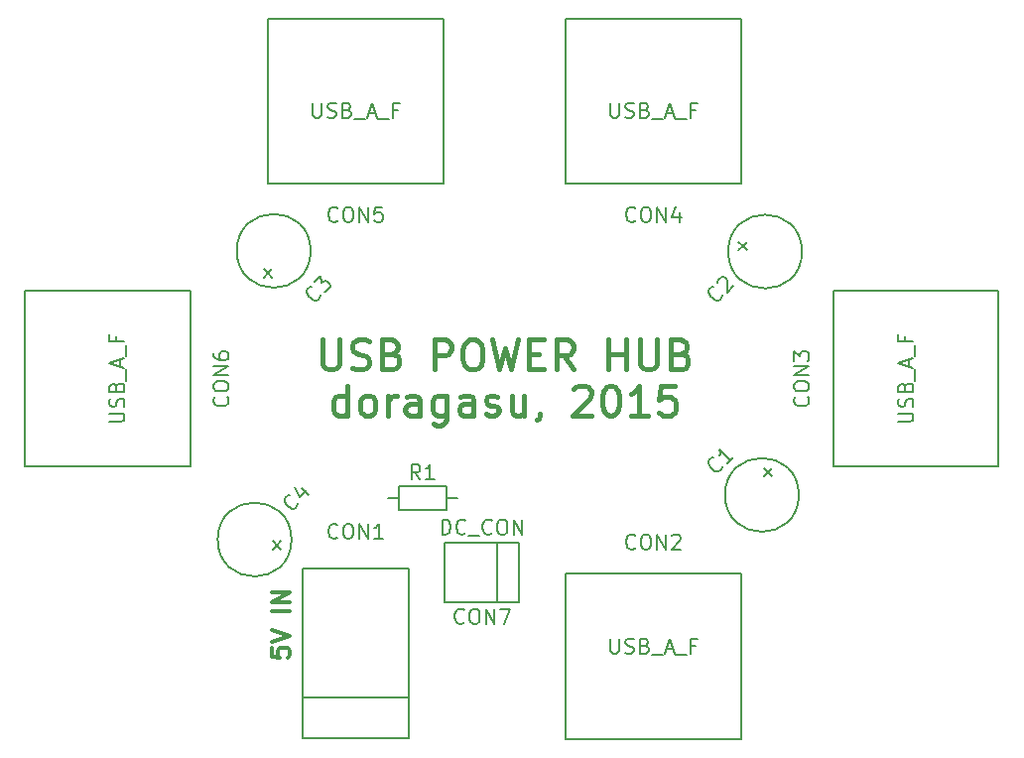
<source format=gbr>
G04 #@! TF.FileFunction,Legend,Top*
%FSLAX46Y46*%
G04 Gerber Fmt 4.6, Leading zero omitted, Abs format (unit mm)*
G04 Created by KiCad (PCBNEW (2015-05-08 BZR 5647)-product) date sáb 16 may 2015 15:50:19 CEST*
%MOMM*%
G01*
G04 APERTURE LIST*
%ADD10C,0.100000*%
%ADD11C,0.200000*%
%ADD12C,0.381000*%
%ADD13C,0.304800*%
%ADD14C,0.150000*%
%ADD15C,0.203200*%
G04 APERTURE END LIST*
D10*
D11*
X147421600Y-109220000D02*
X148386800Y-109220000D01*
X143408400Y-109220000D02*
X142417800Y-109220000D01*
X143408400Y-110210600D02*
X143408400Y-108229400D01*
X147421600Y-110210600D02*
X143408400Y-110210600D01*
X147421600Y-108229400D02*
X147421600Y-110210600D01*
X143408400Y-108229400D02*
X147421600Y-108229400D01*
D12*
X136857620Y-95700548D02*
X136857620Y-97756738D01*
X136978572Y-97998643D01*
X137099525Y-98119595D01*
X137341429Y-98240548D01*
X137825239Y-98240548D01*
X138067144Y-98119595D01*
X138188096Y-97998643D01*
X138309048Y-97756738D01*
X138309048Y-95700548D01*
X139397620Y-98119595D02*
X139760477Y-98240548D01*
X140365239Y-98240548D01*
X140607143Y-98119595D01*
X140728096Y-97998643D01*
X140849048Y-97756738D01*
X140849048Y-97514833D01*
X140728096Y-97272929D01*
X140607143Y-97151976D01*
X140365239Y-97031024D01*
X139881429Y-96910071D01*
X139639524Y-96789119D01*
X139518572Y-96668167D01*
X139397620Y-96426262D01*
X139397620Y-96184357D01*
X139518572Y-95942452D01*
X139639524Y-95821500D01*
X139881429Y-95700548D01*
X140486191Y-95700548D01*
X140849048Y-95821500D01*
X142784287Y-96910071D02*
X143147144Y-97031024D01*
X143268096Y-97151976D01*
X143389048Y-97393881D01*
X143389048Y-97756738D01*
X143268096Y-97998643D01*
X143147144Y-98119595D01*
X142905239Y-98240548D01*
X141937620Y-98240548D01*
X141937620Y-95700548D01*
X142784287Y-95700548D01*
X143026191Y-95821500D01*
X143147144Y-95942452D01*
X143268096Y-96184357D01*
X143268096Y-96426262D01*
X143147144Y-96668167D01*
X143026191Y-96789119D01*
X142784287Y-96910071D01*
X141937620Y-96910071D01*
X146412858Y-98240548D02*
X146412858Y-95700548D01*
X147380477Y-95700548D01*
X147622382Y-95821500D01*
X147743334Y-95942452D01*
X147864286Y-96184357D01*
X147864286Y-96547214D01*
X147743334Y-96789119D01*
X147622382Y-96910071D01*
X147380477Y-97031024D01*
X146412858Y-97031024D01*
X149436667Y-95700548D02*
X149920477Y-95700548D01*
X150162382Y-95821500D01*
X150404286Y-96063405D01*
X150525239Y-96547214D01*
X150525239Y-97393881D01*
X150404286Y-97877690D01*
X150162382Y-98119595D01*
X149920477Y-98240548D01*
X149436667Y-98240548D01*
X149194763Y-98119595D01*
X148952858Y-97877690D01*
X148831906Y-97393881D01*
X148831906Y-96547214D01*
X148952858Y-96063405D01*
X149194763Y-95821500D01*
X149436667Y-95700548D01*
X151371905Y-95700548D02*
X151976667Y-98240548D01*
X152460477Y-96426262D01*
X152944286Y-98240548D01*
X153549048Y-95700548D01*
X154516667Y-96910071D02*
X155363334Y-96910071D01*
X155726191Y-98240548D02*
X154516667Y-98240548D01*
X154516667Y-95700548D01*
X155726191Y-95700548D01*
X158266190Y-98240548D02*
X157419524Y-97031024D01*
X156814762Y-98240548D02*
X156814762Y-95700548D01*
X157782381Y-95700548D01*
X158024286Y-95821500D01*
X158145238Y-95942452D01*
X158266190Y-96184357D01*
X158266190Y-96547214D01*
X158145238Y-96789119D01*
X158024286Y-96910071D01*
X157782381Y-97031024D01*
X156814762Y-97031024D01*
X161290000Y-98240548D02*
X161290000Y-95700548D01*
X161290000Y-96910071D02*
X162741428Y-96910071D01*
X162741428Y-98240548D02*
X162741428Y-95700548D01*
X163950952Y-95700548D02*
X163950952Y-97756738D01*
X164071904Y-97998643D01*
X164192857Y-98119595D01*
X164434761Y-98240548D01*
X164918571Y-98240548D01*
X165160476Y-98119595D01*
X165281428Y-97998643D01*
X165402380Y-97756738D01*
X165402380Y-95700548D01*
X167458571Y-96910071D02*
X167821428Y-97031024D01*
X167942380Y-97151976D01*
X168063332Y-97393881D01*
X168063332Y-97756738D01*
X167942380Y-97998643D01*
X167821428Y-98119595D01*
X167579523Y-98240548D01*
X166611904Y-98240548D01*
X166611904Y-95700548D01*
X167458571Y-95700548D01*
X167700475Y-95821500D01*
X167821428Y-95942452D01*
X167942380Y-96184357D01*
X167942380Y-96426262D01*
X167821428Y-96668167D01*
X167700475Y-96789119D01*
X167458571Y-96910071D01*
X166611904Y-96910071D01*
X138974286Y-102177548D02*
X138974286Y-99637548D01*
X138974286Y-102056595D02*
X138732382Y-102177548D01*
X138248572Y-102177548D01*
X138006667Y-102056595D01*
X137885715Y-101935643D01*
X137764763Y-101693738D01*
X137764763Y-100968024D01*
X137885715Y-100726119D01*
X138006667Y-100605167D01*
X138248572Y-100484214D01*
X138732382Y-100484214D01*
X138974286Y-100605167D01*
X140546667Y-102177548D02*
X140304762Y-102056595D01*
X140183810Y-101935643D01*
X140062858Y-101693738D01*
X140062858Y-100968024D01*
X140183810Y-100726119D01*
X140304762Y-100605167D01*
X140546667Y-100484214D01*
X140909524Y-100484214D01*
X141151429Y-100605167D01*
X141272381Y-100726119D01*
X141393334Y-100968024D01*
X141393334Y-101693738D01*
X141272381Y-101935643D01*
X141151429Y-102056595D01*
X140909524Y-102177548D01*
X140546667Y-102177548D01*
X142481905Y-102177548D02*
X142481905Y-100484214D01*
X142481905Y-100968024D02*
X142602857Y-100726119D01*
X142723810Y-100605167D01*
X142965714Y-100484214D01*
X143207619Y-100484214D01*
X145142857Y-102177548D02*
X145142857Y-100847071D01*
X145021905Y-100605167D01*
X144780000Y-100484214D01*
X144296191Y-100484214D01*
X144054286Y-100605167D01*
X145142857Y-102056595D02*
X144900953Y-102177548D01*
X144296191Y-102177548D01*
X144054286Y-102056595D01*
X143933334Y-101814690D01*
X143933334Y-101572786D01*
X144054286Y-101330881D01*
X144296191Y-101209929D01*
X144900953Y-101209929D01*
X145142857Y-101088976D01*
X147440952Y-100484214D02*
X147440952Y-102540405D01*
X147320000Y-102782310D01*
X147199048Y-102903262D01*
X146957143Y-103024214D01*
X146594286Y-103024214D01*
X146352381Y-102903262D01*
X147440952Y-102056595D02*
X147199048Y-102177548D01*
X146715238Y-102177548D01*
X146473333Y-102056595D01*
X146352381Y-101935643D01*
X146231429Y-101693738D01*
X146231429Y-100968024D01*
X146352381Y-100726119D01*
X146473333Y-100605167D01*
X146715238Y-100484214D01*
X147199048Y-100484214D01*
X147440952Y-100605167D01*
X149739047Y-102177548D02*
X149739047Y-100847071D01*
X149618095Y-100605167D01*
X149376190Y-100484214D01*
X148892381Y-100484214D01*
X148650476Y-100605167D01*
X149739047Y-102056595D02*
X149497143Y-102177548D01*
X148892381Y-102177548D01*
X148650476Y-102056595D01*
X148529524Y-101814690D01*
X148529524Y-101572786D01*
X148650476Y-101330881D01*
X148892381Y-101209929D01*
X149497143Y-101209929D01*
X149739047Y-101088976D01*
X150827619Y-102056595D02*
X151069523Y-102177548D01*
X151553333Y-102177548D01*
X151795238Y-102056595D01*
X151916190Y-101814690D01*
X151916190Y-101693738D01*
X151795238Y-101451833D01*
X151553333Y-101330881D01*
X151190476Y-101330881D01*
X150948571Y-101209929D01*
X150827619Y-100968024D01*
X150827619Y-100847071D01*
X150948571Y-100605167D01*
X151190476Y-100484214D01*
X151553333Y-100484214D01*
X151795238Y-100605167D01*
X154093332Y-100484214D02*
X154093332Y-102177548D01*
X153004761Y-100484214D02*
X153004761Y-101814690D01*
X153125713Y-102056595D01*
X153367618Y-102177548D01*
X153730475Y-102177548D01*
X153972380Y-102056595D01*
X154093332Y-101935643D01*
X155423808Y-102056595D02*
X155423808Y-102177548D01*
X155302856Y-102419452D01*
X155181904Y-102540405D01*
X158326666Y-99879452D02*
X158447618Y-99758500D01*
X158689523Y-99637548D01*
X159294285Y-99637548D01*
X159536189Y-99758500D01*
X159657142Y-99879452D01*
X159778094Y-100121357D01*
X159778094Y-100363262D01*
X159657142Y-100726119D01*
X158205713Y-102177548D01*
X159778094Y-102177548D01*
X161350475Y-99637548D02*
X161592380Y-99637548D01*
X161834285Y-99758500D01*
X161955237Y-99879452D01*
X162076190Y-100121357D01*
X162197142Y-100605167D01*
X162197142Y-101209929D01*
X162076190Y-101693738D01*
X161955237Y-101935643D01*
X161834285Y-102056595D01*
X161592380Y-102177548D01*
X161350475Y-102177548D01*
X161108571Y-102056595D01*
X160987618Y-101935643D01*
X160866666Y-101693738D01*
X160745714Y-101209929D01*
X160745714Y-100605167D01*
X160866666Y-100121357D01*
X160987618Y-99879452D01*
X161108571Y-99758500D01*
X161350475Y-99637548D01*
X164616190Y-102177548D02*
X163164762Y-102177548D01*
X163890476Y-102177548D02*
X163890476Y-99637548D01*
X163648571Y-100000405D01*
X163406666Y-100242310D01*
X163164762Y-100363262D01*
X166914286Y-99637548D02*
X165704762Y-99637548D01*
X165583810Y-100847071D01*
X165704762Y-100726119D01*
X165946667Y-100605167D01*
X166551429Y-100605167D01*
X166793333Y-100726119D01*
X166914286Y-100847071D01*
X167035238Y-101088976D01*
X167035238Y-101693738D01*
X166914286Y-101935643D01*
X166793333Y-102056595D01*
X166551429Y-102177548D01*
X165946667Y-102177548D01*
X165704762Y-102056595D01*
X165583810Y-101935643D01*
D13*
X132515429Y-122047000D02*
X132515429Y-122772714D01*
X133241143Y-122845285D01*
X133168571Y-122772714D01*
X133096000Y-122627571D01*
X133096000Y-122264714D01*
X133168571Y-122119571D01*
X133241143Y-122047000D01*
X133386286Y-121974428D01*
X133749143Y-121974428D01*
X133894286Y-122047000D01*
X133966857Y-122119571D01*
X134039429Y-122264714D01*
X134039429Y-122627571D01*
X133966857Y-122772714D01*
X133894286Y-122845285D01*
X132515429Y-121538999D02*
X134039429Y-121030999D01*
X132515429Y-120522999D01*
X134039429Y-118853856D02*
X132515429Y-118853856D01*
X134039429Y-118128142D02*
X132515429Y-118128142D01*
X134039429Y-117257285D01*
X132515429Y-117257285D01*
D14*
X135199120Y-126227840D02*
X144200880Y-126227840D01*
X135199120Y-129727960D02*
X144200880Y-129727960D01*
X144200880Y-129727960D02*
X144200880Y-115227100D01*
X144200880Y-115227100D02*
X135199120Y-115227100D01*
X135199120Y-115227100D02*
X135199120Y-129727960D01*
X172593000Y-115697000D02*
X172593000Y-129794000D01*
X157607000Y-129794000D02*
X157607000Y-115697000D01*
X172593000Y-115697000D02*
X157607000Y-115697000D01*
X172593000Y-129794000D02*
X157607000Y-129794000D01*
X125603000Y-106553000D02*
X111506000Y-106553000D01*
X111506000Y-91567000D02*
X125603000Y-91567000D01*
X125603000Y-106553000D02*
X125603000Y-91567000D01*
X111506000Y-106553000D02*
X111506000Y-91567000D01*
X157607000Y-82423000D02*
X157607000Y-68326000D01*
X172593000Y-68326000D02*
X172593000Y-82423000D01*
X157607000Y-82423000D02*
X172593000Y-82423000D01*
X157607000Y-68326000D02*
X172593000Y-68326000D01*
X132207000Y-82423000D02*
X132207000Y-68326000D01*
X147193000Y-68326000D02*
X147193000Y-82423000D01*
X132207000Y-82423000D02*
X147193000Y-82423000D01*
X132207000Y-68326000D02*
X147193000Y-68326000D01*
X180467000Y-91567000D02*
X194564000Y-91567000D01*
X194564000Y-106553000D02*
X180467000Y-106553000D01*
X180467000Y-91567000D02*
X180467000Y-106553000D01*
X194564000Y-91567000D02*
X194564000Y-106553000D01*
X151765000Y-118110000D02*
X151765000Y-113030000D01*
X147320000Y-118110000D02*
X147320000Y-113030000D01*
X153670000Y-113030000D02*
X153670000Y-118110000D01*
X153670000Y-113030000D02*
X147320000Y-113030000D01*
X153670000Y-118110000D02*
X147320000Y-118110000D01*
D10*
X143415000Y-108220000D02*
X147415000Y-108220000D01*
X147415000Y-108220000D02*
X147415000Y-110220000D01*
X147415000Y-110220000D02*
X143415000Y-110220000D01*
X143415000Y-110220000D02*
X143415000Y-108220000D01*
X143415000Y-109220000D02*
X142415000Y-109220000D01*
X147415000Y-109220000D02*
X148415000Y-109220000D01*
D14*
X174855889Y-107047772D02*
X175209711Y-107401594D01*
X174855889Y-107047772D02*
X175209711Y-106693950D01*
X174502067Y-106693950D02*
X174855889Y-107047772D01*
X174855889Y-107047772D02*
X174573909Y-107329752D01*
X174573909Y-107329752D02*
X174502067Y-107401594D01*
X177511574Y-108956975D02*
G75*
G03X177511574Y-108956975I-3149599J0D01*
G01*
X172724823Y-87698560D02*
X173078645Y-87344738D01*
X172724823Y-87698560D02*
X172371001Y-87344738D01*
X172371001Y-88052382D02*
X172724823Y-87698560D01*
X172724823Y-87698560D02*
X173006803Y-87980540D01*
X173006803Y-87980540D02*
X173078645Y-88052382D01*
X177783625Y-88192474D02*
G75*
G03X177783625Y-88192474I-3149599J0D01*
G01*
X132982228Y-113260889D02*
X132628406Y-113614711D01*
X132982228Y-113260889D02*
X133336050Y-113614711D01*
X133336050Y-112907067D02*
X132982228Y-113260889D01*
X132982228Y-113260889D02*
X132700248Y-112978909D01*
X132700248Y-112978909D02*
X132628406Y-112907067D01*
X134222624Y-112766975D02*
G75*
G03X134222624Y-112766975I-3149599J0D01*
G01*
X132212060Y-90038177D02*
X131858238Y-89684355D01*
X132212060Y-90038177D02*
X131858238Y-90391999D01*
X132565882Y-90391999D02*
X132212060Y-90038177D01*
X132212060Y-90038177D02*
X132494040Y-89756197D01*
X132494040Y-89756197D02*
X132565882Y-89684355D01*
X135855573Y-88128974D02*
G75*
G03X135855573Y-88128974I-3149599J0D01*
G01*
D15*
X138157857Y-112581871D02*
X138097381Y-112642348D01*
X137915952Y-112702824D01*
X137795000Y-112702824D01*
X137613572Y-112642348D01*
X137492619Y-112521395D01*
X137432143Y-112400443D01*
X137371667Y-112158538D01*
X137371667Y-111977110D01*
X137432143Y-111735205D01*
X137492619Y-111614252D01*
X137613572Y-111493300D01*
X137795000Y-111432824D01*
X137915952Y-111432824D01*
X138097381Y-111493300D01*
X138157857Y-111553776D01*
X138944048Y-111432824D02*
X139185952Y-111432824D01*
X139306905Y-111493300D01*
X139427857Y-111614252D01*
X139488333Y-111856157D01*
X139488333Y-112279490D01*
X139427857Y-112521395D01*
X139306905Y-112642348D01*
X139185952Y-112702824D01*
X138944048Y-112702824D01*
X138823095Y-112642348D01*
X138702143Y-112521395D01*
X138641667Y-112279490D01*
X138641667Y-111856157D01*
X138702143Y-111614252D01*
X138823095Y-111493300D01*
X138944048Y-111432824D01*
X140032619Y-112702824D02*
X140032619Y-111432824D01*
X140758333Y-112702824D01*
X140758333Y-111432824D01*
X142028333Y-112702824D02*
X141302619Y-112702824D01*
X141665476Y-112702824D02*
X141665476Y-111432824D01*
X141544524Y-111614252D01*
X141423571Y-111735205D01*
X141302619Y-111795681D01*
X163557857Y-113483571D02*
X163497381Y-113544048D01*
X163315952Y-113604524D01*
X163195000Y-113604524D01*
X163013572Y-113544048D01*
X162892619Y-113423095D01*
X162832143Y-113302143D01*
X162771667Y-113060238D01*
X162771667Y-112878810D01*
X162832143Y-112636905D01*
X162892619Y-112515952D01*
X163013572Y-112395000D01*
X163195000Y-112334524D01*
X163315952Y-112334524D01*
X163497381Y-112395000D01*
X163557857Y-112455476D01*
X164344048Y-112334524D02*
X164585952Y-112334524D01*
X164706905Y-112395000D01*
X164827857Y-112515952D01*
X164888333Y-112757857D01*
X164888333Y-113181190D01*
X164827857Y-113423095D01*
X164706905Y-113544048D01*
X164585952Y-113604524D01*
X164344048Y-113604524D01*
X164223095Y-113544048D01*
X164102143Y-113423095D01*
X164041667Y-113181190D01*
X164041667Y-112757857D01*
X164102143Y-112515952D01*
X164223095Y-112395000D01*
X164344048Y-112334524D01*
X165432619Y-113604524D02*
X165432619Y-112334524D01*
X166158333Y-113604524D01*
X166158333Y-112334524D01*
X166702619Y-112455476D02*
X166763095Y-112395000D01*
X166884047Y-112334524D01*
X167186428Y-112334524D01*
X167307381Y-112395000D01*
X167367857Y-112455476D01*
X167428333Y-112576429D01*
X167428333Y-112697381D01*
X167367857Y-112878810D01*
X166642143Y-113604524D01*
X167428333Y-113604524D01*
X161441191Y-121224524D02*
X161441191Y-122252619D01*
X161501667Y-122373571D01*
X161562143Y-122434048D01*
X161683096Y-122494524D01*
X161925000Y-122494524D01*
X162045953Y-122434048D01*
X162106429Y-122373571D01*
X162166905Y-122252619D01*
X162166905Y-121224524D01*
X162711191Y-122434048D02*
X162892619Y-122494524D01*
X163195000Y-122494524D01*
X163315953Y-122434048D01*
X163376429Y-122373571D01*
X163436905Y-122252619D01*
X163436905Y-122131667D01*
X163376429Y-122010714D01*
X163315953Y-121950238D01*
X163195000Y-121889762D01*
X162953096Y-121829286D01*
X162832143Y-121768810D01*
X162771667Y-121708333D01*
X162711191Y-121587381D01*
X162711191Y-121466429D01*
X162771667Y-121345476D01*
X162832143Y-121285000D01*
X162953096Y-121224524D01*
X163255476Y-121224524D01*
X163436905Y-121285000D01*
X164404524Y-121829286D02*
X164585953Y-121889762D01*
X164646429Y-121950238D01*
X164706905Y-122071190D01*
X164706905Y-122252619D01*
X164646429Y-122373571D01*
X164585953Y-122434048D01*
X164465000Y-122494524D01*
X163981191Y-122494524D01*
X163981191Y-121224524D01*
X164404524Y-121224524D01*
X164525477Y-121285000D01*
X164585953Y-121345476D01*
X164646429Y-121466429D01*
X164646429Y-121587381D01*
X164585953Y-121708333D01*
X164525477Y-121768810D01*
X164404524Y-121829286D01*
X163981191Y-121829286D01*
X164948810Y-122615476D02*
X165916429Y-122615476D01*
X166158334Y-122131667D02*
X166763096Y-122131667D01*
X166037381Y-122494524D02*
X166460715Y-121224524D01*
X166884048Y-122494524D01*
X167005000Y-122615476D02*
X167972619Y-122615476D01*
X168698333Y-121829286D02*
X168275000Y-121829286D01*
X168275000Y-122494524D02*
X168275000Y-121224524D01*
X168879762Y-121224524D01*
X128723571Y-100602143D02*
X128784048Y-100662619D01*
X128844524Y-100844048D01*
X128844524Y-100965000D01*
X128784048Y-101146428D01*
X128663095Y-101267381D01*
X128542143Y-101327857D01*
X128300238Y-101388333D01*
X128118810Y-101388333D01*
X127876905Y-101327857D01*
X127755952Y-101267381D01*
X127635000Y-101146428D01*
X127574524Y-100965000D01*
X127574524Y-100844048D01*
X127635000Y-100662619D01*
X127695476Y-100602143D01*
X127574524Y-99815952D02*
X127574524Y-99574048D01*
X127635000Y-99453095D01*
X127755952Y-99332143D01*
X127997857Y-99271667D01*
X128421190Y-99271667D01*
X128663095Y-99332143D01*
X128784048Y-99453095D01*
X128844524Y-99574048D01*
X128844524Y-99815952D01*
X128784048Y-99936905D01*
X128663095Y-100057857D01*
X128421190Y-100118333D01*
X127997857Y-100118333D01*
X127755952Y-100057857D01*
X127635000Y-99936905D01*
X127574524Y-99815952D01*
X128844524Y-98727381D02*
X127574524Y-98727381D01*
X128844524Y-98001667D01*
X127574524Y-98001667D01*
X127574524Y-96852619D02*
X127574524Y-97094524D01*
X127635000Y-97215476D01*
X127695476Y-97275953D01*
X127876905Y-97396905D01*
X128118810Y-97457381D01*
X128602619Y-97457381D01*
X128723571Y-97396905D01*
X128784048Y-97336429D01*
X128844524Y-97215476D01*
X128844524Y-96973572D01*
X128784048Y-96852619D01*
X128723571Y-96792143D01*
X128602619Y-96731667D01*
X128300238Y-96731667D01*
X128179286Y-96792143D01*
X128118810Y-96852619D01*
X128058333Y-96973572D01*
X128058333Y-97215476D01*
X128118810Y-97336429D01*
X128179286Y-97396905D01*
X128300238Y-97457381D01*
X118684524Y-102718809D02*
X119712619Y-102718809D01*
X119833571Y-102658333D01*
X119894048Y-102597857D01*
X119954524Y-102476904D01*
X119954524Y-102235000D01*
X119894048Y-102114047D01*
X119833571Y-102053571D01*
X119712619Y-101993095D01*
X118684524Y-101993095D01*
X119894048Y-101448809D02*
X119954524Y-101267381D01*
X119954524Y-100965000D01*
X119894048Y-100844047D01*
X119833571Y-100783571D01*
X119712619Y-100723095D01*
X119591667Y-100723095D01*
X119470714Y-100783571D01*
X119410238Y-100844047D01*
X119349762Y-100965000D01*
X119289286Y-101206904D01*
X119228810Y-101327857D01*
X119168333Y-101388333D01*
X119047381Y-101448809D01*
X118926429Y-101448809D01*
X118805476Y-101388333D01*
X118745000Y-101327857D01*
X118684524Y-101206904D01*
X118684524Y-100904524D01*
X118745000Y-100723095D01*
X119289286Y-99755476D02*
X119349762Y-99574047D01*
X119410238Y-99513571D01*
X119531190Y-99453095D01*
X119712619Y-99453095D01*
X119833571Y-99513571D01*
X119894048Y-99574047D01*
X119954524Y-99695000D01*
X119954524Y-100178809D01*
X118684524Y-100178809D01*
X118684524Y-99755476D01*
X118745000Y-99634523D01*
X118805476Y-99574047D01*
X118926429Y-99513571D01*
X119047381Y-99513571D01*
X119168333Y-99574047D01*
X119228810Y-99634523D01*
X119289286Y-99755476D01*
X119289286Y-100178809D01*
X120075476Y-99211190D02*
X120075476Y-98243571D01*
X119591667Y-98001666D02*
X119591667Y-97396904D01*
X119954524Y-98122619D02*
X118684524Y-97699285D01*
X119954524Y-97275952D01*
X120075476Y-97155000D02*
X120075476Y-96187381D01*
X119289286Y-95461667D02*
X119289286Y-95885000D01*
X119954524Y-95885000D02*
X118684524Y-95885000D01*
X118684524Y-95280238D01*
X163557857Y-85543571D02*
X163497381Y-85604048D01*
X163315952Y-85664524D01*
X163195000Y-85664524D01*
X163013572Y-85604048D01*
X162892619Y-85483095D01*
X162832143Y-85362143D01*
X162771667Y-85120238D01*
X162771667Y-84938810D01*
X162832143Y-84696905D01*
X162892619Y-84575952D01*
X163013572Y-84455000D01*
X163195000Y-84394524D01*
X163315952Y-84394524D01*
X163497381Y-84455000D01*
X163557857Y-84515476D01*
X164344048Y-84394524D02*
X164585952Y-84394524D01*
X164706905Y-84455000D01*
X164827857Y-84575952D01*
X164888333Y-84817857D01*
X164888333Y-85241190D01*
X164827857Y-85483095D01*
X164706905Y-85604048D01*
X164585952Y-85664524D01*
X164344048Y-85664524D01*
X164223095Y-85604048D01*
X164102143Y-85483095D01*
X164041667Y-85241190D01*
X164041667Y-84817857D01*
X164102143Y-84575952D01*
X164223095Y-84455000D01*
X164344048Y-84394524D01*
X165432619Y-85664524D02*
X165432619Y-84394524D01*
X166158333Y-85664524D01*
X166158333Y-84394524D01*
X167307381Y-84817857D02*
X167307381Y-85664524D01*
X167005000Y-84334048D02*
X166702619Y-85241190D01*
X167488809Y-85241190D01*
X161441191Y-75504524D02*
X161441191Y-76532619D01*
X161501667Y-76653571D01*
X161562143Y-76714048D01*
X161683096Y-76774524D01*
X161925000Y-76774524D01*
X162045953Y-76714048D01*
X162106429Y-76653571D01*
X162166905Y-76532619D01*
X162166905Y-75504524D01*
X162711191Y-76714048D02*
X162892619Y-76774524D01*
X163195000Y-76774524D01*
X163315953Y-76714048D01*
X163376429Y-76653571D01*
X163436905Y-76532619D01*
X163436905Y-76411667D01*
X163376429Y-76290714D01*
X163315953Y-76230238D01*
X163195000Y-76169762D01*
X162953096Y-76109286D01*
X162832143Y-76048810D01*
X162771667Y-75988333D01*
X162711191Y-75867381D01*
X162711191Y-75746429D01*
X162771667Y-75625476D01*
X162832143Y-75565000D01*
X162953096Y-75504524D01*
X163255476Y-75504524D01*
X163436905Y-75565000D01*
X164404524Y-76109286D02*
X164585953Y-76169762D01*
X164646429Y-76230238D01*
X164706905Y-76351190D01*
X164706905Y-76532619D01*
X164646429Y-76653571D01*
X164585953Y-76714048D01*
X164465000Y-76774524D01*
X163981191Y-76774524D01*
X163981191Y-75504524D01*
X164404524Y-75504524D01*
X164525477Y-75565000D01*
X164585953Y-75625476D01*
X164646429Y-75746429D01*
X164646429Y-75867381D01*
X164585953Y-75988333D01*
X164525477Y-76048810D01*
X164404524Y-76109286D01*
X163981191Y-76109286D01*
X164948810Y-76895476D02*
X165916429Y-76895476D01*
X166158334Y-76411667D02*
X166763096Y-76411667D01*
X166037381Y-76774524D02*
X166460715Y-75504524D01*
X166884048Y-76774524D01*
X167005000Y-76895476D02*
X167972619Y-76895476D01*
X168698333Y-76109286D02*
X168275000Y-76109286D01*
X168275000Y-76774524D02*
X168275000Y-75504524D01*
X168879762Y-75504524D01*
X138157857Y-85543571D02*
X138097381Y-85604048D01*
X137915952Y-85664524D01*
X137795000Y-85664524D01*
X137613572Y-85604048D01*
X137492619Y-85483095D01*
X137432143Y-85362143D01*
X137371667Y-85120238D01*
X137371667Y-84938810D01*
X137432143Y-84696905D01*
X137492619Y-84575952D01*
X137613572Y-84455000D01*
X137795000Y-84394524D01*
X137915952Y-84394524D01*
X138097381Y-84455000D01*
X138157857Y-84515476D01*
X138944048Y-84394524D02*
X139185952Y-84394524D01*
X139306905Y-84455000D01*
X139427857Y-84575952D01*
X139488333Y-84817857D01*
X139488333Y-85241190D01*
X139427857Y-85483095D01*
X139306905Y-85604048D01*
X139185952Y-85664524D01*
X138944048Y-85664524D01*
X138823095Y-85604048D01*
X138702143Y-85483095D01*
X138641667Y-85241190D01*
X138641667Y-84817857D01*
X138702143Y-84575952D01*
X138823095Y-84455000D01*
X138944048Y-84394524D01*
X140032619Y-85664524D02*
X140032619Y-84394524D01*
X140758333Y-85664524D01*
X140758333Y-84394524D01*
X141967857Y-84394524D02*
X141363095Y-84394524D01*
X141302619Y-84999286D01*
X141363095Y-84938810D01*
X141484047Y-84878333D01*
X141786428Y-84878333D01*
X141907381Y-84938810D01*
X141967857Y-84999286D01*
X142028333Y-85120238D01*
X142028333Y-85422619D01*
X141967857Y-85543571D01*
X141907381Y-85604048D01*
X141786428Y-85664524D01*
X141484047Y-85664524D01*
X141363095Y-85604048D01*
X141302619Y-85543571D01*
X136041191Y-75504524D02*
X136041191Y-76532619D01*
X136101667Y-76653571D01*
X136162143Y-76714048D01*
X136283096Y-76774524D01*
X136525000Y-76774524D01*
X136645953Y-76714048D01*
X136706429Y-76653571D01*
X136766905Y-76532619D01*
X136766905Y-75504524D01*
X137311191Y-76714048D02*
X137492619Y-76774524D01*
X137795000Y-76774524D01*
X137915953Y-76714048D01*
X137976429Y-76653571D01*
X138036905Y-76532619D01*
X138036905Y-76411667D01*
X137976429Y-76290714D01*
X137915953Y-76230238D01*
X137795000Y-76169762D01*
X137553096Y-76109286D01*
X137432143Y-76048810D01*
X137371667Y-75988333D01*
X137311191Y-75867381D01*
X137311191Y-75746429D01*
X137371667Y-75625476D01*
X137432143Y-75565000D01*
X137553096Y-75504524D01*
X137855476Y-75504524D01*
X138036905Y-75565000D01*
X139004524Y-76109286D02*
X139185953Y-76169762D01*
X139246429Y-76230238D01*
X139306905Y-76351190D01*
X139306905Y-76532619D01*
X139246429Y-76653571D01*
X139185953Y-76714048D01*
X139065000Y-76774524D01*
X138581191Y-76774524D01*
X138581191Y-75504524D01*
X139004524Y-75504524D01*
X139125477Y-75565000D01*
X139185953Y-75625476D01*
X139246429Y-75746429D01*
X139246429Y-75867381D01*
X139185953Y-75988333D01*
X139125477Y-76048810D01*
X139004524Y-76109286D01*
X138581191Y-76109286D01*
X139548810Y-76895476D02*
X140516429Y-76895476D01*
X140758334Y-76411667D02*
X141363096Y-76411667D01*
X140637381Y-76774524D02*
X141060715Y-75504524D01*
X141484048Y-76774524D01*
X141605000Y-76895476D02*
X142572619Y-76895476D01*
X143298333Y-76109286D02*
X142875000Y-76109286D01*
X142875000Y-76774524D02*
X142875000Y-75504524D01*
X143479762Y-75504524D01*
X178253571Y-100602143D02*
X178314048Y-100662619D01*
X178374524Y-100844048D01*
X178374524Y-100965000D01*
X178314048Y-101146428D01*
X178193095Y-101267381D01*
X178072143Y-101327857D01*
X177830238Y-101388333D01*
X177648810Y-101388333D01*
X177406905Y-101327857D01*
X177285952Y-101267381D01*
X177165000Y-101146428D01*
X177104524Y-100965000D01*
X177104524Y-100844048D01*
X177165000Y-100662619D01*
X177225476Y-100602143D01*
X177104524Y-99815952D02*
X177104524Y-99574048D01*
X177165000Y-99453095D01*
X177285952Y-99332143D01*
X177527857Y-99271667D01*
X177951190Y-99271667D01*
X178193095Y-99332143D01*
X178314048Y-99453095D01*
X178374524Y-99574048D01*
X178374524Y-99815952D01*
X178314048Y-99936905D01*
X178193095Y-100057857D01*
X177951190Y-100118333D01*
X177527857Y-100118333D01*
X177285952Y-100057857D01*
X177165000Y-99936905D01*
X177104524Y-99815952D01*
X178374524Y-98727381D02*
X177104524Y-98727381D01*
X178374524Y-98001667D01*
X177104524Y-98001667D01*
X177104524Y-97517857D02*
X177104524Y-96731667D01*
X177588333Y-97155000D01*
X177588333Y-96973572D01*
X177648810Y-96852619D01*
X177709286Y-96792143D01*
X177830238Y-96731667D01*
X178132619Y-96731667D01*
X178253571Y-96792143D01*
X178314048Y-96852619D01*
X178374524Y-96973572D01*
X178374524Y-97336429D01*
X178314048Y-97457381D01*
X178253571Y-97517857D01*
X185994524Y-102718809D02*
X187022619Y-102718809D01*
X187143571Y-102658333D01*
X187204048Y-102597857D01*
X187264524Y-102476904D01*
X187264524Y-102235000D01*
X187204048Y-102114047D01*
X187143571Y-102053571D01*
X187022619Y-101993095D01*
X185994524Y-101993095D01*
X187204048Y-101448809D02*
X187264524Y-101267381D01*
X187264524Y-100965000D01*
X187204048Y-100844047D01*
X187143571Y-100783571D01*
X187022619Y-100723095D01*
X186901667Y-100723095D01*
X186780714Y-100783571D01*
X186720238Y-100844047D01*
X186659762Y-100965000D01*
X186599286Y-101206904D01*
X186538810Y-101327857D01*
X186478333Y-101388333D01*
X186357381Y-101448809D01*
X186236429Y-101448809D01*
X186115476Y-101388333D01*
X186055000Y-101327857D01*
X185994524Y-101206904D01*
X185994524Y-100904524D01*
X186055000Y-100723095D01*
X186599286Y-99755476D02*
X186659762Y-99574047D01*
X186720238Y-99513571D01*
X186841190Y-99453095D01*
X187022619Y-99453095D01*
X187143571Y-99513571D01*
X187204048Y-99574047D01*
X187264524Y-99695000D01*
X187264524Y-100178809D01*
X185994524Y-100178809D01*
X185994524Y-99755476D01*
X186055000Y-99634523D01*
X186115476Y-99574047D01*
X186236429Y-99513571D01*
X186357381Y-99513571D01*
X186478333Y-99574047D01*
X186538810Y-99634523D01*
X186599286Y-99755476D01*
X186599286Y-100178809D01*
X187385476Y-99211190D02*
X187385476Y-98243571D01*
X186901667Y-98001666D02*
X186901667Y-97396904D01*
X187264524Y-98122619D02*
X185994524Y-97699285D01*
X187264524Y-97275952D01*
X187385476Y-97155000D02*
X187385476Y-96187381D01*
X186599286Y-95461667D02*
X186599286Y-95885000D01*
X187264524Y-95885000D02*
X185994524Y-95885000D01*
X185994524Y-95280238D01*
X148952857Y-119833571D02*
X148892381Y-119894048D01*
X148710952Y-119954524D01*
X148590000Y-119954524D01*
X148408572Y-119894048D01*
X148287619Y-119773095D01*
X148227143Y-119652143D01*
X148166667Y-119410238D01*
X148166667Y-119228810D01*
X148227143Y-118986905D01*
X148287619Y-118865952D01*
X148408572Y-118745000D01*
X148590000Y-118684524D01*
X148710952Y-118684524D01*
X148892381Y-118745000D01*
X148952857Y-118805476D01*
X149739048Y-118684524D02*
X149980952Y-118684524D01*
X150101905Y-118745000D01*
X150222857Y-118865952D01*
X150283333Y-119107857D01*
X150283333Y-119531190D01*
X150222857Y-119773095D01*
X150101905Y-119894048D01*
X149980952Y-119954524D01*
X149739048Y-119954524D01*
X149618095Y-119894048D01*
X149497143Y-119773095D01*
X149436667Y-119531190D01*
X149436667Y-119107857D01*
X149497143Y-118865952D01*
X149618095Y-118745000D01*
X149739048Y-118684524D01*
X150827619Y-119954524D02*
X150827619Y-118684524D01*
X151553333Y-119954524D01*
X151553333Y-118684524D01*
X152037143Y-118684524D02*
X152883809Y-118684524D01*
X152339524Y-119954524D01*
X147078096Y-112334524D02*
X147078096Y-111064524D01*
X147380477Y-111064524D01*
X147561905Y-111125000D01*
X147682858Y-111245952D01*
X147743334Y-111366905D01*
X147803810Y-111608810D01*
X147803810Y-111790238D01*
X147743334Y-112032143D01*
X147682858Y-112153095D01*
X147561905Y-112274048D01*
X147380477Y-112334524D01*
X147078096Y-112334524D01*
X149073810Y-112213571D02*
X149013334Y-112274048D01*
X148831905Y-112334524D01*
X148710953Y-112334524D01*
X148529525Y-112274048D01*
X148408572Y-112153095D01*
X148348096Y-112032143D01*
X148287620Y-111790238D01*
X148287620Y-111608810D01*
X148348096Y-111366905D01*
X148408572Y-111245952D01*
X148529525Y-111125000D01*
X148710953Y-111064524D01*
X148831905Y-111064524D01*
X149013334Y-111125000D01*
X149073810Y-111185476D01*
X149315715Y-112455476D02*
X150283334Y-112455476D01*
X151311429Y-112213571D02*
X151250953Y-112274048D01*
X151069524Y-112334524D01*
X150948572Y-112334524D01*
X150767144Y-112274048D01*
X150646191Y-112153095D01*
X150585715Y-112032143D01*
X150525239Y-111790238D01*
X150525239Y-111608810D01*
X150585715Y-111366905D01*
X150646191Y-111245952D01*
X150767144Y-111125000D01*
X150948572Y-111064524D01*
X151069524Y-111064524D01*
X151250953Y-111125000D01*
X151311429Y-111185476D01*
X152097620Y-111064524D02*
X152339524Y-111064524D01*
X152460477Y-111125000D01*
X152581429Y-111245952D01*
X152641905Y-111487857D01*
X152641905Y-111911190D01*
X152581429Y-112153095D01*
X152460477Y-112274048D01*
X152339524Y-112334524D01*
X152097620Y-112334524D01*
X151976667Y-112274048D01*
X151855715Y-112153095D01*
X151795239Y-111911190D01*
X151795239Y-111487857D01*
X151855715Y-111245952D01*
X151976667Y-111125000D01*
X152097620Y-111064524D01*
X153186191Y-112334524D02*
X153186191Y-111064524D01*
X153911905Y-112334524D01*
X153911905Y-111064524D01*
X145203333Y-107635524D02*
X144780000Y-107030762D01*
X144477619Y-107635524D02*
X144477619Y-106365524D01*
X144961428Y-106365524D01*
X145082381Y-106426000D01*
X145142857Y-106486476D01*
X145203333Y-106607429D01*
X145203333Y-106788857D01*
X145142857Y-106909810D01*
X145082381Y-106970286D01*
X144961428Y-107030762D01*
X144477619Y-107030762D01*
X146412857Y-107635524D02*
X145687143Y-107635524D01*
X146050000Y-107635524D02*
X146050000Y-106365524D01*
X145929048Y-106546952D01*
X145808095Y-106667905D01*
X145687143Y-106728381D01*
X170986052Y-106515394D02*
X170986053Y-106600921D01*
X170900526Y-106771974D01*
X170815000Y-106857500D01*
X170643948Y-106943026D01*
X170472895Y-106943026D01*
X170344606Y-106900263D01*
X170130790Y-106771973D01*
X170002501Y-106643684D01*
X169874211Y-106429868D01*
X169831448Y-106301579D01*
X169831448Y-106130526D01*
X169916974Y-105959474D01*
X170002500Y-105873948D01*
X170173553Y-105788421D01*
X170259079Y-105788421D01*
X171926841Y-105745658D02*
X171413684Y-106258816D01*
X171670263Y-106002237D02*
X170772237Y-105104211D01*
X170815000Y-105318026D01*
X170815000Y-105489080D01*
X170772237Y-105617369D01*
X170986052Y-91910393D02*
X170986053Y-91995920D01*
X170900526Y-92166973D01*
X170815000Y-92252499D01*
X170643948Y-92338025D01*
X170472895Y-92338025D01*
X170344606Y-92295262D01*
X170130790Y-92166972D01*
X170002501Y-92038683D01*
X169874211Y-91824867D01*
X169831448Y-91696578D01*
X169831448Y-91525525D01*
X169916974Y-91354473D01*
X170002500Y-91268947D01*
X170173553Y-91183420D01*
X170259079Y-91183420D01*
X170601184Y-90841315D02*
X170601184Y-90755789D01*
X170643947Y-90627500D01*
X170857763Y-90413684D01*
X170986053Y-90370921D01*
X171071579Y-90370921D01*
X171199868Y-90413684D01*
X171285394Y-90499210D01*
X171370921Y-90670263D01*
X171370921Y-91696578D01*
X171926841Y-91140657D01*
X136696052Y-91910394D02*
X136696053Y-91995921D01*
X136610526Y-92166974D01*
X136525000Y-92252500D01*
X136353948Y-92338026D01*
X136182895Y-92338026D01*
X136054606Y-92295263D01*
X135840790Y-92166973D01*
X135712501Y-92038684D01*
X135584211Y-91824868D01*
X135541448Y-91696579D01*
X135541448Y-91525526D01*
X135626974Y-91354474D01*
X135712500Y-91268948D01*
X135883553Y-91183421D01*
X135969079Y-91183421D01*
X136182895Y-90798553D02*
X136738816Y-90242633D01*
X136781579Y-90884079D01*
X136909868Y-90755790D01*
X137038158Y-90713027D01*
X137123684Y-90713027D01*
X137251973Y-90755790D01*
X137465789Y-90969606D01*
X137508552Y-91097895D01*
X137508552Y-91183421D01*
X137465789Y-91311711D01*
X137209210Y-91568290D01*
X137080921Y-91611053D01*
X136995394Y-91611052D01*
X134791052Y-109690394D02*
X134791053Y-109775921D01*
X134705526Y-109946974D01*
X134620000Y-110032500D01*
X134448948Y-110118026D01*
X134277895Y-110118026D01*
X134149606Y-110075263D01*
X133935790Y-109946973D01*
X133807501Y-109818684D01*
X133679211Y-109604868D01*
X133636448Y-109476579D01*
X133636448Y-109305526D01*
X133721974Y-109134474D01*
X133807500Y-109048948D01*
X133978553Y-108963421D01*
X134064079Y-108963421D01*
X135047631Y-108407500D02*
X135646315Y-109006184D01*
X134491711Y-108279211D02*
X134919342Y-109134473D01*
X135475262Y-108578553D01*
M02*

</source>
